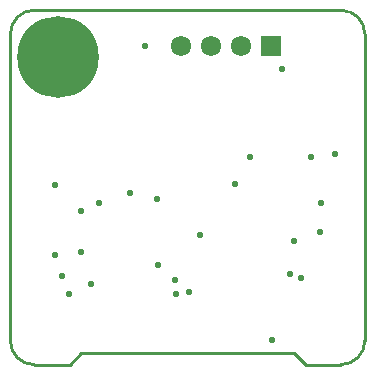
<source format=gbs>
G04*
G04 #@! TF.GenerationSoftware,Altium Limited,Altium Designer,18.1.9 (240)*
G04*
G04 Layer_Color=16711935*
%FSLAX24Y24*%
%MOIN*%
G70*
G01*
G75*
%ADD11C,0.0100*%
%ADD34C,0.2718*%
%ADD35C,0.0552*%
%ADD36C,0.0678*%
%ADD37R,0.0678X0.0678*%
%ADD38C,0.0230*%
D11*
X11024Y0D02*
G03*
X11811Y787I0J787D01*
G01*
Y11024D02*
G03*
X11024Y11811I-787J0D01*
G01*
X787D02*
G03*
X0Y11024I0J-787D01*
G01*
Y787D02*
G03*
X787Y0I787J0D01*
G01*
X9843Y0D02*
X11024D01*
X9449Y394D02*
X9843Y0D01*
X2362Y394D02*
X9449D01*
X1969Y0D02*
X2362Y394D01*
X787Y0D02*
X1969D01*
X11811Y787D02*
Y11024D01*
X787Y11811D02*
X11024D01*
X0Y787D02*
Y11024D01*
D34*
X1575Y10236D02*
D03*
D35*
X2525D02*
D03*
X2248Y9568D02*
D03*
X1580Y9291D02*
D03*
X912Y9568D02*
D03*
X635Y10236D02*
D03*
X912Y10904D02*
D03*
X1580Y11181D02*
D03*
X2248Y10904D02*
D03*
D36*
X5693Y10630D02*
D03*
X6693D02*
D03*
X7693D02*
D03*
D37*
X8693D02*
D03*
D38*
X9060Y9850D02*
D03*
X4480Y10630D02*
D03*
X10020Y6905D02*
D03*
X7480Y6020D02*
D03*
X10340Y5380D02*
D03*
X2352Y3745D02*
D03*
X4900Y5510D02*
D03*
X3980Y5730D02*
D03*
X2960Y5380D02*
D03*
X9690Y2870D02*
D03*
X9460Y4110D02*
D03*
X7996Y6926D02*
D03*
X5512Y2362D02*
D03*
X5968Y2431D02*
D03*
X2700Y2690D02*
D03*
X1936Y2346D02*
D03*
X4922Y3326D02*
D03*
X5500Y2820D02*
D03*
X10326Y4430D02*
D03*
X9302Y3016D02*
D03*
X8724Y806D02*
D03*
X6305Y4326D02*
D03*
X1706Y2936D02*
D03*
X1496Y3636D02*
D03*
X1476Y5996D02*
D03*
X2356Y5116D02*
D03*
X10806Y7016D02*
D03*
M02*

</source>
